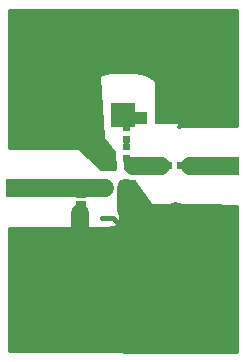
<source format=gbr>
G04 #@! TF.GenerationSoftware,KiCad,Pcbnew,5.1.5+dfsg1-2~bpo9+1*
G04 #@! TF.CreationDate,2020-08-09T13:10:34-04:00*
G04 #@! TF.ProjectId,amplifier,616d706c-6966-4696-9572-2e6b69636164,rev?*
G04 #@! TF.SameCoordinates,PX8677d40PY57120a0*
G04 #@! TF.FileFunction,Copper,L1,Top*
G04 #@! TF.FilePolarity,Positive*
%FSLAX46Y46*%
G04 Gerber Fmt 4.6, Leading zero omitted, Abs format (unit mm)*
G04 Created by KiCad (PCBNEW 5.1.5+dfsg1-2~bpo9+1) date 2020-08-09 13:10:34*
%MOMM*%
%LPD*%
G04 APERTURE LIST*
%ADD10R,1.500000X1.500000*%
%ADD11R,0.899160X0.848360*%
%ADD12R,1.099820X0.998220*%
%ADD13R,0.400000X0.650000*%
%ADD14R,2.000000X2.000000*%
%ADD15C,0.020000*%
%ADD16C,0.400000*%
%ADD17C,1.500000*%
%ADD18C,0.254000*%
G04 APERTURE END LIST*
D10*
X600000Y-15200000D03*
D11*
X6150000Y-16750000D03*
X6150000Y-15591760D03*
D12*
X11251640Y-9300000D03*
X12948360Y-9300000D03*
D13*
X8700000Y-13300000D03*
X10000000Y-13300000D03*
X10000000Y-15200000D03*
X8700000Y-15200000D03*
D14*
X9750000Y-9050000D03*
D10*
X18800000Y-13300000D03*
G04 #@! TA.AperFunction,SMDPad,CuDef*
D15*
G36*
X10185858Y-12390710D02*
G01*
X10200176Y-12392834D01*
X10214217Y-12396351D01*
X10227846Y-12401228D01*
X10240931Y-12407417D01*
X10253347Y-12414858D01*
X10264973Y-12423481D01*
X10275698Y-12433202D01*
X10285419Y-12443927D01*
X10294042Y-12455553D01*
X10301483Y-12467969D01*
X10307672Y-12481054D01*
X10312549Y-12494683D01*
X10316066Y-12508724D01*
X10318190Y-12523042D01*
X10318900Y-12537500D01*
X10318900Y-12832500D01*
X10318190Y-12846958D01*
X10316066Y-12861276D01*
X10312549Y-12875317D01*
X10307672Y-12888946D01*
X10301483Y-12902031D01*
X10294042Y-12914447D01*
X10285419Y-12926073D01*
X10275698Y-12936798D01*
X10264973Y-12946519D01*
X10253347Y-12955142D01*
X10240931Y-12962583D01*
X10227846Y-12968772D01*
X10214217Y-12973649D01*
X10200176Y-12977166D01*
X10185858Y-12979290D01*
X10171400Y-12980000D01*
X9826400Y-12980000D01*
X9811942Y-12979290D01*
X9797624Y-12977166D01*
X9783583Y-12973649D01*
X9769954Y-12968772D01*
X9756869Y-12962583D01*
X9744453Y-12955142D01*
X9732827Y-12946519D01*
X9722102Y-12936798D01*
X9712381Y-12926073D01*
X9703758Y-12914447D01*
X9696317Y-12902031D01*
X9690128Y-12888946D01*
X9685251Y-12875317D01*
X9681734Y-12861276D01*
X9679610Y-12846958D01*
X9678900Y-12832500D01*
X9678900Y-12537500D01*
X9679610Y-12523042D01*
X9681734Y-12508724D01*
X9685251Y-12494683D01*
X9690128Y-12481054D01*
X9696317Y-12467969D01*
X9703758Y-12455553D01*
X9712381Y-12443927D01*
X9722102Y-12433202D01*
X9732827Y-12423481D01*
X9744453Y-12414858D01*
X9756869Y-12407417D01*
X9769954Y-12401228D01*
X9783583Y-12396351D01*
X9797624Y-12392834D01*
X9811942Y-12390710D01*
X9826400Y-12390000D01*
X10171400Y-12390000D01*
X10185858Y-12390710D01*
G37*
G04 #@! TD.AperFunction*
G04 #@! TA.AperFunction,SMDPad,CuDef*
G36*
X10185858Y-11420710D02*
G01*
X10200176Y-11422834D01*
X10214217Y-11426351D01*
X10227846Y-11431228D01*
X10240931Y-11437417D01*
X10253347Y-11444858D01*
X10264973Y-11453481D01*
X10275698Y-11463202D01*
X10285419Y-11473927D01*
X10294042Y-11485553D01*
X10301483Y-11497969D01*
X10307672Y-11511054D01*
X10312549Y-11524683D01*
X10316066Y-11538724D01*
X10318190Y-11553042D01*
X10318900Y-11567500D01*
X10318900Y-11862500D01*
X10318190Y-11876958D01*
X10316066Y-11891276D01*
X10312549Y-11905317D01*
X10307672Y-11918946D01*
X10301483Y-11932031D01*
X10294042Y-11944447D01*
X10285419Y-11956073D01*
X10275698Y-11966798D01*
X10264973Y-11976519D01*
X10253347Y-11985142D01*
X10240931Y-11992583D01*
X10227846Y-11998772D01*
X10214217Y-12003649D01*
X10200176Y-12007166D01*
X10185858Y-12009290D01*
X10171400Y-12010000D01*
X9826400Y-12010000D01*
X9811942Y-12009290D01*
X9797624Y-12007166D01*
X9783583Y-12003649D01*
X9769954Y-11998772D01*
X9756869Y-11992583D01*
X9744453Y-11985142D01*
X9732827Y-11976519D01*
X9722102Y-11966798D01*
X9712381Y-11956073D01*
X9703758Y-11944447D01*
X9696317Y-11932031D01*
X9690128Y-11918946D01*
X9685251Y-11905317D01*
X9681734Y-11891276D01*
X9679610Y-11876958D01*
X9678900Y-11862500D01*
X9678900Y-11567500D01*
X9679610Y-11553042D01*
X9681734Y-11538724D01*
X9685251Y-11524683D01*
X9690128Y-11511054D01*
X9696317Y-11497969D01*
X9703758Y-11485553D01*
X9712381Y-11473927D01*
X9722102Y-11463202D01*
X9732827Y-11453481D01*
X9744453Y-11444858D01*
X9756869Y-11437417D01*
X9769954Y-11431228D01*
X9783583Y-11426351D01*
X9797624Y-11422834D01*
X9811942Y-11420710D01*
X9826400Y-11420000D01*
X10171400Y-11420000D01*
X10185858Y-11420710D01*
G37*
G04 #@! TD.AperFunction*
G04 #@! TA.AperFunction,SMDPad,CuDef*
G36*
X10186958Y-10790710D02*
G01*
X10201276Y-10792834D01*
X10215317Y-10796351D01*
X10228946Y-10801228D01*
X10242031Y-10807417D01*
X10254447Y-10814858D01*
X10266073Y-10823481D01*
X10276798Y-10833202D01*
X10286519Y-10843927D01*
X10295142Y-10855553D01*
X10302583Y-10867969D01*
X10308772Y-10881054D01*
X10313649Y-10894683D01*
X10317166Y-10908724D01*
X10319290Y-10923042D01*
X10320000Y-10937500D01*
X10320000Y-11232500D01*
X10319290Y-11246958D01*
X10317166Y-11261276D01*
X10313649Y-11275317D01*
X10308772Y-11288946D01*
X10302583Y-11302031D01*
X10295142Y-11314447D01*
X10286519Y-11326073D01*
X10276798Y-11336798D01*
X10266073Y-11346519D01*
X10254447Y-11355142D01*
X10242031Y-11362583D01*
X10228946Y-11368772D01*
X10215317Y-11373649D01*
X10201276Y-11377166D01*
X10186958Y-11379290D01*
X10172500Y-11380000D01*
X9827500Y-11380000D01*
X9813042Y-11379290D01*
X9798724Y-11377166D01*
X9784683Y-11373649D01*
X9771054Y-11368772D01*
X9757969Y-11362583D01*
X9745553Y-11355142D01*
X9733927Y-11346519D01*
X9723202Y-11336798D01*
X9713481Y-11326073D01*
X9704858Y-11314447D01*
X9697417Y-11302031D01*
X9691228Y-11288946D01*
X9686351Y-11275317D01*
X9682834Y-11261276D01*
X9680710Y-11246958D01*
X9680000Y-11232500D01*
X9680000Y-10937500D01*
X9680710Y-10923042D01*
X9682834Y-10908724D01*
X9686351Y-10894683D01*
X9691228Y-10881054D01*
X9697417Y-10867969D01*
X9704858Y-10855553D01*
X9713481Y-10843927D01*
X9723202Y-10833202D01*
X9733927Y-10823481D01*
X9745553Y-10814858D01*
X9757969Y-10807417D01*
X9771054Y-10801228D01*
X9784683Y-10796351D01*
X9798724Y-10792834D01*
X9813042Y-10790710D01*
X9827500Y-10790000D01*
X10172500Y-10790000D01*
X10186958Y-10790710D01*
G37*
G04 #@! TD.AperFunction*
G04 #@! TA.AperFunction,SMDPad,CuDef*
G36*
X10186958Y-9820710D02*
G01*
X10201276Y-9822834D01*
X10215317Y-9826351D01*
X10228946Y-9831228D01*
X10242031Y-9837417D01*
X10254447Y-9844858D01*
X10266073Y-9853481D01*
X10276798Y-9863202D01*
X10286519Y-9873927D01*
X10295142Y-9885553D01*
X10302583Y-9897969D01*
X10308772Y-9911054D01*
X10313649Y-9924683D01*
X10317166Y-9938724D01*
X10319290Y-9953042D01*
X10320000Y-9967500D01*
X10320000Y-10262500D01*
X10319290Y-10276958D01*
X10317166Y-10291276D01*
X10313649Y-10305317D01*
X10308772Y-10318946D01*
X10302583Y-10332031D01*
X10295142Y-10344447D01*
X10286519Y-10356073D01*
X10276798Y-10366798D01*
X10266073Y-10376519D01*
X10254447Y-10385142D01*
X10242031Y-10392583D01*
X10228946Y-10398772D01*
X10215317Y-10403649D01*
X10201276Y-10407166D01*
X10186958Y-10409290D01*
X10172500Y-10410000D01*
X9827500Y-10410000D01*
X9813042Y-10409290D01*
X9798724Y-10407166D01*
X9784683Y-10403649D01*
X9771054Y-10398772D01*
X9757969Y-10392583D01*
X9745553Y-10385142D01*
X9733927Y-10376519D01*
X9723202Y-10366798D01*
X9713481Y-10356073D01*
X9704858Y-10344447D01*
X9697417Y-10332031D01*
X9691228Y-10318946D01*
X9686351Y-10305317D01*
X9682834Y-10291276D01*
X9680710Y-10276958D01*
X9680000Y-10262500D01*
X9680000Y-9967500D01*
X9680710Y-9953042D01*
X9682834Y-9938724D01*
X9686351Y-9924683D01*
X9691228Y-9911054D01*
X9697417Y-9897969D01*
X9704858Y-9885553D01*
X9713481Y-9873927D01*
X9723202Y-9863202D01*
X9733927Y-9853481D01*
X9745553Y-9844858D01*
X9757969Y-9837417D01*
X9771054Y-9831228D01*
X9784683Y-9826351D01*
X9798724Y-9822834D01*
X9813042Y-9820710D01*
X9827500Y-9820000D01*
X10172500Y-9820000D01*
X10186958Y-9820710D01*
G37*
G04 #@! TD.AperFunction*
G04 #@! TA.AperFunction,SMDPad,CuDef*
G36*
X14746958Y-12980710D02*
G01*
X14761276Y-12982834D01*
X14775317Y-12986351D01*
X14788946Y-12991228D01*
X14802031Y-12997417D01*
X14814447Y-13004858D01*
X14826073Y-13013481D01*
X14836798Y-13023202D01*
X14846519Y-13033927D01*
X14855142Y-13045553D01*
X14862583Y-13057969D01*
X14868772Y-13071054D01*
X14873649Y-13084683D01*
X14877166Y-13098724D01*
X14879290Y-13113042D01*
X14880000Y-13127500D01*
X14880000Y-13472500D01*
X14879290Y-13486958D01*
X14877166Y-13501276D01*
X14873649Y-13515317D01*
X14868772Y-13528946D01*
X14862583Y-13542031D01*
X14855142Y-13554447D01*
X14846519Y-13566073D01*
X14836798Y-13576798D01*
X14826073Y-13586519D01*
X14814447Y-13595142D01*
X14802031Y-13602583D01*
X14788946Y-13608772D01*
X14775317Y-13613649D01*
X14761276Y-13617166D01*
X14746958Y-13619290D01*
X14732500Y-13620000D01*
X14437500Y-13620000D01*
X14423042Y-13619290D01*
X14408724Y-13617166D01*
X14394683Y-13613649D01*
X14381054Y-13608772D01*
X14367969Y-13602583D01*
X14355553Y-13595142D01*
X14343927Y-13586519D01*
X14333202Y-13576798D01*
X14323481Y-13566073D01*
X14314858Y-13554447D01*
X14307417Y-13542031D01*
X14301228Y-13528946D01*
X14296351Y-13515317D01*
X14292834Y-13501276D01*
X14290710Y-13486958D01*
X14290000Y-13472500D01*
X14290000Y-13127500D01*
X14290710Y-13113042D01*
X14292834Y-13098724D01*
X14296351Y-13084683D01*
X14301228Y-13071054D01*
X14307417Y-13057969D01*
X14314858Y-13045553D01*
X14323481Y-13033927D01*
X14333202Y-13023202D01*
X14343927Y-13013481D01*
X14355553Y-13004858D01*
X14367969Y-12997417D01*
X14381054Y-12991228D01*
X14394683Y-12986351D01*
X14408724Y-12982834D01*
X14423042Y-12980710D01*
X14437500Y-12980000D01*
X14732500Y-12980000D01*
X14746958Y-12980710D01*
G37*
G04 #@! TD.AperFunction*
G04 #@! TA.AperFunction,SMDPad,CuDef*
G36*
X13776958Y-12980710D02*
G01*
X13791276Y-12982834D01*
X13805317Y-12986351D01*
X13818946Y-12991228D01*
X13832031Y-12997417D01*
X13844447Y-13004858D01*
X13856073Y-13013481D01*
X13866798Y-13023202D01*
X13876519Y-13033927D01*
X13885142Y-13045553D01*
X13892583Y-13057969D01*
X13898772Y-13071054D01*
X13903649Y-13084683D01*
X13907166Y-13098724D01*
X13909290Y-13113042D01*
X13910000Y-13127500D01*
X13910000Y-13472500D01*
X13909290Y-13486958D01*
X13907166Y-13501276D01*
X13903649Y-13515317D01*
X13898772Y-13528946D01*
X13892583Y-13542031D01*
X13885142Y-13554447D01*
X13876519Y-13566073D01*
X13866798Y-13576798D01*
X13856073Y-13586519D01*
X13844447Y-13595142D01*
X13832031Y-13602583D01*
X13818946Y-13608772D01*
X13805317Y-13613649D01*
X13791276Y-13617166D01*
X13776958Y-13619290D01*
X13762500Y-13620000D01*
X13467500Y-13620000D01*
X13453042Y-13619290D01*
X13438724Y-13617166D01*
X13424683Y-13613649D01*
X13411054Y-13608772D01*
X13397969Y-13602583D01*
X13385553Y-13595142D01*
X13373927Y-13586519D01*
X13363202Y-13576798D01*
X13353481Y-13566073D01*
X13344858Y-13554447D01*
X13337417Y-13542031D01*
X13331228Y-13528946D01*
X13326351Y-13515317D01*
X13322834Y-13501276D01*
X13320710Y-13486958D01*
X13320000Y-13472500D01*
X13320000Y-13127500D01*
X13320710Y-13113042D01*
X13322834Y-13098724D01*
X13326351Y-13084683D01*
X13331228Y-13071054D01*
X13337417Y-13057969D01*
X13344858Y-13045553D01*
X13353481Y-13033927D01*
X13363202Y-13023202D01*
X13373927Y-13013481D01*
X13385553Y-13004858D01*
X13397969Y-12997417D01*
X13411054Y-12991228D01*
X13424683Y-12986351D01*
X13438724Y-12982834D01*
X13453042Y-12980710D01*
X13467500Y-12980000D01*
X13762500Y-12980000D01*
X13776958Y-12980710D01*
G37*
G04 #@! TD.AperFunction*
D16*
X3050000Y-11600000D02*
X2900000Y-11450000D01*
X2900000Y-11450000D02*
X2900000Y-8200000D01*
X2900000Y-8200000D02*
X7600000Y-3500000D01*
X4350000Y-25400000D02*
X4800000Y-25400000D01*
X7948360Y-17750000D02*
X8898270Y-17750000D01*
D17*
X10000000Y-17025000D02*
X14500000Y-21525000D01*
X10000000Y-15200000D02*
X10000000Y-17025000D01*
X18800000Y-13300000D02*
X16550000Y-13300000D01*
X16550000Y-13300000D02*
X15350000Y-13300000D01*
X10550000Y-13300000D02*
X12250000Y-13300000D01*
X11700000Y-13300000D02*
X12950000Y-13300000D01*
X550000Y-15200000D02*
X8200000Y-15200000D01*
D16*
X10000000Y-11713900D02*
X9998900Y-11715000D01*
X10000000Y-11085000D02*
X10000000Y-11713900D01*
X6251640Y-16851640D02*
X6150000Y-16750000D01*
X6250000Y-17751640D02*
X6251640Y-17750000D01*
D17*
X11074135Y-19925865D02*
X6474135Y-19925865D01*
D16*
X8898270Y-17750000D02*
X11074135Y-19925865D01*
X11074135Y-19925865D02*
X13248270Y-22100000D01*
D17*
X6100000Y-19551730D02*
X6100000Y-17300000D01*
X6474135Y-19925865D02*
X6100000Y-19551730D01*
D16*
X6100000Y-17300000D02*
X6251640Y-16851640D01*
X6251640Y-17750000D02*
X6100000Y-17300000D01*
D18*
G36*
X14687992Y-16628137D02*
G01*
X15184107Y-16677000D01*
X17920952Y-16677000D01*
X18050000Y-16689710D01*
X19373000Y-16689710D01*
X19373000Y-29072674D01*
X76783Y-29023323D01*
X58887Y-18589710D01*
X1350000Y-18589710D01*
X1479048Y-18577000D01*
X5093369Y-18577000D01*
X5185438Y-18604929D01*
X5700420Y-18655650D01*
X6599580Y-18655650D01*
X7114562Y-18604929D01*
X7206631Y-18577000D01*
X8365893Y-18577000D01*
X8862008Y-18528137D01*
X9498575Y-18335036D01*
X10085238Y-18021458D01*
X10599453Y-17599453D01*
X11021458Y-17085238D01*
X11028017Y-17072967D01*
X11094839Y-16991544D01*
X11262966Y-16677000D01*
X13115893Y-16677000D01*
X13612008Y-16628137D01*
X14150000Y-16464938D01*
X14687992Y-16628137D01*
G37*
X14687992Y-16628137D02*
X15184107Y-16677000D01*
X17920952Y-16677000D01*
X18050000Y-16689710D01*
X19373000Y-16689710D01*
X19373000Y-29072674D01*
X76783Y-29023323D01*
X58887Y-18589710D01*
X1350000Y-18589710D01*
X1479048Y-18577000D01*
X5093369Y-18577000D01*
X5185438Y-18604929D01*
X5700420Y-18655650D01*
X6599580Y-18655650D01*
X7114562Y-18604929D01*
X7206631Y-18577000D01*
X8365893Y-18577000D01*
X8862008Y-18528137D01*
X9498575Y-18335036D01*
X10085238Y-18021458D01*
X10599453Y-17599453D01*
X11021458Y-17085238D01*
X11028017Y-17072967D01*
X11094839Y-16991544D01*
X11262966Y-16677000D01*
X13115893Y-16677000D01*
X13612008Y-16628137D01*
X14150000Y-16464938D01*
X14687992Y-16628137D01*
G36*
X19373000Y-9910290D02*
G01*
X18050000Y-9910290D01*
X17920952Y-9923000D01*
X15184107Y-9923000D01*
X14687992Y-9971863D01*
X14416123Y-10054334D01*
X14441260Y-9799110D01*
X14441260Y-8800890D01*
X14390539Y-8285908D01*
X14240324Y-7790717D01*
X13996389Y-7334346D01*
X13668107Y-6934333D01*
X13268094Y-6606051D01*
X12811723Y-6362116D01*
X12747103Y-6342514D01*
X12616557Y-6183443D01*
X12216544Y-5855161D01*
X11760173Y-5611226D01*
X11264982Y-5461011D01*
X10750000Y-5410290D01*
X8750000Y-5410290D01*
X8235018Y-5461011D01*
X7739827Y-5611226D01*
X7283456Y-5855161D01*
X6883443Y-6183443D01*
X6555161Y-6583456D01*
X6311226Y-7039827D01*
X6161011Y-7535018D01*
X6110290Y-8050000D01*
X6110290Y-10050000D01*
X6161011Y-10564982D01*
X6311226Y-11060173D01*
X6555161Y-11516544D01*
X6806663Y-11823000D01*
X1479048Y-11823000D01*
X1350000Y-11810290D01*
X47258Y-11810290D01*
X27218Y-127000D01*
X19373000Y-127000D01*
X19373000Y-9910290D01*
G37*
X19373000Y-9910290D02*
X18050000Y-9910290D01*
X17920952Y-9923000D01*
X15184107Y-9923000D01*
X14687992Y-9971863D01*
X14416123Y-10054334D01*
X14441260Y-9799110D01*
X14441260Y-8800890D01*
X14390539Y-8285908D01*
X14240324Y-7790717D01*
X13996389Y-7334346D01*
X13668107Y-6934333D01*
X13268094Y-6606051D01*
X12811723Y-6362116D01*
X12747103Y-6342514D01*
X12616557Y-6183443D01*
X12216544Y-5855161D01*
X11760173Y-5611226D01*
X11264982Y-5461011D01*
X10750000Y-5410290D01*
X8750000Y-5410290D01*
X8235018Y-5461011D01*
X7739827Y-5611226D01*
X7283456Y-5855161D01*
X6883443Y-6183443D01*
X6555161Y-6583456D01*
X6311226Y-7039827D01*
X6161011Y-7535018D01*
X6110290Y-8050000D01*
X6110290Y-10050000D01*
X6161011Y-10564982D01*
X6311226Y-11060173D01*
X6555161Y-11516544D01*
X6806663Y-11823000D01*
X1479048Y-11823000D01*
X1350000Y-11810290D01*
X47258Y-11810290D01*
X27218Y-127000D01*
X19373000Y-127000D01*
X19373000Y-9910290D01*
G36*
X7729179Y-5810762D02*
G01*
X8023211Y-10907315D01*
X8027074Y-10931910D01*
X8035661Y-10955278D01*
X8050426Y-10978829D01*
X8975729Y-12147633D01*
X9064814Y-13573000D01*
X7850143Y-13573000D01*
X1797883Y-7911208D01*
X5133627Y-5433227D01*
X7729179Y-5810762D01*
G37*
X7729179Y-5810762D02*
X8023211Y-10907315D01*
X8027074Y-10931910D01*
X8035661Y-10955278D01*
X8050426Y-10978829D01*
X8975729Y-12147633D01*
X9064814Y-13573000D01*
X7850143Y-13573000D01*
X1797883Y-7911208D01*
X5133627Y-5433227D01*
X7729179Y-5810762D01*
G36*
X17873000Y-9573000D02*
G01*
X12527000Y-9573000D01*
X12527000Y-5324753D01*
X17873000Y-5229288D01*
X17873000Y-9573000D01*
G37*
X17873000Y-9573000D02*
X12527000Y-9573000D01*
X12527000Y-5324753D01*
X17873000Y-5229288D01*
X17873000Y-9573000D01*
G36*
X12505934Y-17246807D02*
G01*
X9427000Y-18605160D01*
X9427000Y-14627000D01*
X10634644Y-14627000D01*
X12505934Y-17246807D01*
G37*
X12505934Y-17246807D02*
X9427000Y-18605160D01*
X9427000Y-14627000D01*
X10634644Y-14627000D01*
X12505934Y-17246807D01*
M02*

</source>
